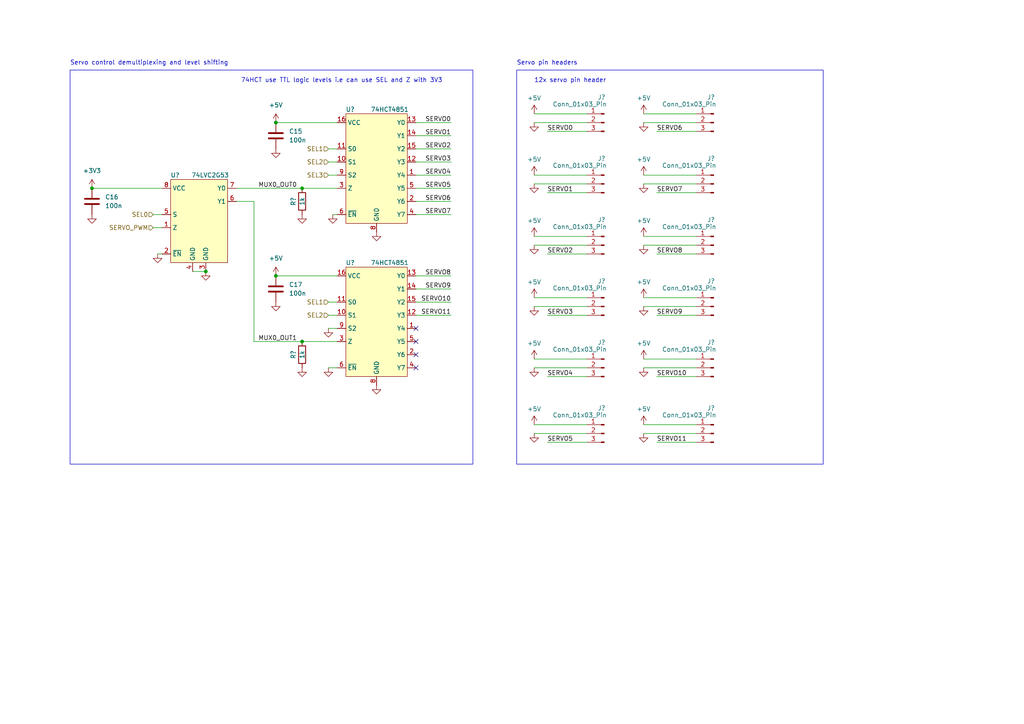
<source format=kicad_sch>
(kicad_sch (version 20230121) (generator eeschema)
  (paper "A4")
  (lib_symbols
    (symbol "Connector:Conn_01x03_Pin" (pin_names (offset 1.016) hide)
      (property "Reference" "J" (at 0 5.08 0))
      (property "Value" "Conn_01x03_Pin" (at 0 -5.08 0))
      (symbol "Conn_01x03_Pin_1_1"
        (polyline (pts (xy 1.27 -2.54) (xy 0.8636 -2.54)) (stroke (width 0.1524)))
        (polyline (pts (xy 1.27 0) (xy 0.8636 0)) (stroke (width 0.1524)))
        (polyline (pts (xy 1.27 2.54) (xy 0.8636 2.54)) (stroke (width 0.1524)))
        (rectangle (start 0.8636 -2.413) (end 0 -2.667) (stroke (width 0.1524)) (fill (type outline)))
        (rectangle (start 0.8636 0.127) (end 0 -0.127) (stroke (width 0.1524)) (fill (type outline)))
        (rectangle (start 0.8636 2.667) (end 0 2.413) (stroke (width 0.1524)) (fill (type outline)))
        (pin passive line (at 5.08 2.54 180) (length 3.81) (name "Pin_1") (number "1"))
        (pin passive line (at 5.08 0 180) (length 3.81) (name "Pin_2") (number "2"))
        (pin passive line (at 5.08 -2.54 180) (length 3.81) (name "Pin_3") (number "3"))
      )
    )
    (symbol "Device:C" (pin_numbers hide) (pin_names (offset 0.254))
      (property "Reference" "C" (at 0.635 2.54 0))
      (property "Value" "C" (at 0.635 -2.54 0))
      (symbol "C_0_1"
        (polyline (pts (xy -2.032 -0.762) (xy 2.032 -0.762)) (stroke (width 0.508)))
        (polyline (pts (xy -2.032 0.762) (xy 2.032 0.762)) (stroke (width 0.508)))
      )
      (symbol "C_1_1"
        (pin passive line (at 0 3.81 270) (length 2.794) (name "~") (number "1"))
        (pin passive line (at 0 -3.81 90) (length 2.794) (name "~") (number "2"))
      )
    )
    (symbol "Device:R" (pin_numbers hide) (pin_names (offset 0))
      (property "Reference" "R" (at 2.032 0 90))
      (property "Value" "R" (at 0 0 90))
      (symbol "R_0_1"
        (rectangle (start -1.016 -2.54) (end 1.016 2.54) (stroke (width 0.254)))
      )
      (symbol "R_1_1"
        (pin passive line (at 0 3.81 270) (length 1.27) (name "~") (number "1"))
        (pin passive line (at 0 -3.81 90) (length 1.27) (name "~") (number "2"))
      )
    )
    (symbol "RVP_TopeltKell:74HCT4851"
      (property "Reference" "U" (at 0 1.27 0))
      (property "Value" "74HCT4851" (at 12.7 1.27 0))
      (symbol "74HCT4851_1_1"
        (rectangle (start 0 0) (end 17.78 -31.75) (fill (type background)))
        (pin output line (at 20.32 -17.78 180) (length 2.54) (name "Y4") (number "1"))
        (pin input line (at -2.54 -13.97 0) (length 2.54) (name "S1") (number "10"))
        (pin input line (at -2.54 -10.16 0) (length 2.54) (name "S0") (number "11"))
        (pin output line (at 20.32 -13.97 180) (length 2.54) (name "Y3") (number "12"))
        (pin output line (at 20.32 -2.54 180) (length 2.54) (name "Y0") (number "13"))
        (pin output line (at 20.32 -6.35 180) (length 2.54) (name "Y1") (number "14"))
        (pin output line (at 20.32 -10.16 180) (length 2.54) (name "Y2") (number "15"))
        (pin power_in line (at -2.54 -2.54 0) (length 2.54) (name "VCC") (number "16"))
        (pin output line (at 20.32 -25.4 180) (length 2.54) (name "Y6") (number "2"))
        (pin input line (at -2.54 -21.59 0) (length 2.54) (name "Z") (number "3"))
        (pin output line (at 20.32 -29.21 180) (length 2.54) (name "Y7") (number "4"))
        (pin output line (at 20.32 -21.59 180) (length 2.54) (name "Y5") (number "5"))
        (pin input line (at -2.54 -29.21 0) (length 2.54) (name "~{EN}") (number "6"))
        (pin power_in line (at 8.89 -34.29 90) (length 2.54) (name "GND") (number "8"))
        (pin input line (at -2.54 -17.78 0) (length 2.54) (name "S2") (number "9"))
      )
    )
    (symbol "RVP_TopeltKell:74LVC2G53"
      (property "Reference" "U" (at 0 1.27 0))
      (property "Value" "74LVC2G53" (at 11.43 1.27 0))
      (symbol "74LVC2G53_1_1"
        (rectangle (start 0 0) (end 16.51 -24.13) (fill (type background)))
        (pin input line (at -2.54 -13.97 0) (length 2.54) (name "Z") (number "1"))
        (pin input line (at -2.54 -21.59 0) (length 2.54) (name "~{EN}") (number "2"))
        (pin power_in line (at 10.16 -26.67 90) (length 2.54) (name "GND") (number "3"))
        (pin power_in line (at 6.35 -26.67 90) (length 2.54) (name "GND") (number "4"))
        (pin input line (at -2.54 -10.16 0) (length 2.54) (name "S") (number "5"))
        (pin output line (at 19.05 -6.35 180) (length 2.54) (name "Y1") (number "6"))
        (pin output line (at 19.05 -2.54 180) (length 2.54) (name "Y0") (number "7"))
        (pin power_in line (at -2.54 -2.54 0) (length 2.54) (name "VCC") (number "8"))
      )
    )
    (symbol "power:+3V3" (power) (pin_names (offset 0))
      (property "Value" "+3V3" (at 0 3.556 0))
      (symbol "+3V3_0_1"
        (polyline (pts (xy -0.762 1.27) (xy 0 2.54)))
        (polyline (pts (xy 0 0) (xy 0 2.54)))
        (polyline (pts (xy 0 2.54) (xy 0.762 1.27)))
      )
      (symbol "+3V3_1_1"
        (pin power_in line (at 0 0 90) (length 0) hide (name "+3V3") (number "1"))
      )
    )
    (symbol "power:+5V" (power) (pin_names (offset 0))
      (property "Value" "+5V" (at 0 3.556 0))
      (symbol "+5V_0_1"
        (polyline (pts (xy -0.762 1.27) (xy 0 2.54)))
        (polyline (pts (xy 0 0) (xy 0 2.54)))
        (polyline (pts (xy 0 2.54) (xy 0.762 1.27)))
      )
      (symbol "+5V_1_1"
        (pin power_in line (at 0 0 90) (length 0) hide (name "+5V") (number "1"))
      )
    )
    (symbol "power:GND" (power) (pin_names (offset 0))
      (property "Value" "GND" (at 0 -3.81 0))
      (symbol "GND_0_1"
        (polyline (pts (xy 0 0) (xy 0 -1.27) (xy 1.27 -1.27) (xy 0 -2.54) (xy -1.27 -1.27) (xy 0 -1.27)))
      )
      (symbol "GND_1_1"
        (pin power_in line (at 0 0 270) (length 0) hide (name "GND") (number "1"))
      )
    )
  )
  (junction (at 87.63 99.06))
  (junction (at 80.01 35.56))
  (junction (at 87.63 54.61))
  (junction (at 26.67 54.61))
  (junction (at 59.69 78.74))
  (junction (at 80.01 80.01))
  (no_connect (at 120.65 95.25))
  (no_connect (at 120.65 99.06))
  (no_connect (at 120.65 106.68))
  (no_connect (at 120.65 102.87))
  (wire (pts (xy 170.18 125.73) (xy 154.94 125.73)))
  (wire (pts (xy 120.65 54.61) (xy 130.81 54.61)))
  (wire (pts (xy 68.58 58.42) (xy 73.66 58.42)))
  (wire (pts (xy 120.65 46.99) (xy 130.81 46.99)))
  (wire (pts (xy 201.93 128.27) (xy 190.5 128.27)))
  (wire (pts (xy 95.25 43.18) (xy 97.79 43.18)))
  (wire (pts (xy 95.25 87.63) (xy 97.79 87.63)))
  (wire (pts (xy 68.58 54.61) (xy 87.63 54.61)))
  (wire (pts (xy 201.93 123.19) (xy 186.69 123.19)))
  (wire (pts (xy 120.65 91.44) (xy 130.81 91.44)))
  (wire (pts (xy 201.93 55.88) (xy 190.5 55.88)))
  (wire (pts (xy 120.65 35.56) (xy 130.81 35.56)))
  (wire (pts (xy 201.93 104.14) (xy 186.69 104.14)))
  (wire (pts (xy 120.65 87.63) (xy 130.81 87.63)))
  (wire (pts (xy 120.65 39.37) (xy 130.81 39.37)))
  (wire (pts (xy 170.18 128.27) (xy 158.75 128.27)))
  (wire (pts (xy 170.18 50.8) (xy 154.94 50.8)))
  (wire (pts (xy 170.18 55.88) (xy 158.75 55.88)))
  (wire (pts (xy 201.93 73.66) (xy 190.5 73.66)))
  (wire (pts (xy 80.01 80.01) (xy 97.79 80.01)))
  (wire (pts (xy 95.25 106.68) (xy 97.79 106.68)))
  (wire (pts (xy 170.18 123.19) (xy 154.94 123.19)))
  (wire (pts (xy 201.93 53.34) (xy 186.69 53.34)))
  (wire (pts (xy 201.93 86.36) (xy 186.69 86.36)))
  (wire (pts (xy 201.93 88.9) (xy 186.69 88.9)))
  (wire (pts (xy 96.52 62.23) (xy 97.79 62.23)))
  (wire (pts (xy 80.01 35.56) (xy 97.79 35.56)))
  (wire (pts (xy 170.18 88.9) (xy 154.94 88.9)))
  (wire (pts (xy 170.18 33.02) (xy 154.94 33.02)))
  (wire (pts (xy 170.18 106.68) (xy 154.94 106.68)))
  (wire (pts (xy 170.18 104.14) (xy 154.94 104.14)))
  (wire (pts (xy 170.18 35.56) (xy 154.94 35.56)))
  (wire (pts (xy 201.93 50.8) (xy 186.69 50.8)))
  (wire (pts (xy 73.66 99.06) (xy 87.63 99.06)))
  (wire (pts (xy 201.93 68.58) (xy 186.69 68.58)))
  (wire (pts (xy 201.93 35.56) (xy 186.69 35.56)))
  (wire (pts (xy 44.45 66.04) (xy 46.99 66.04)))
  (wire (pts (xy 120.65 43.18) (xy 130.81 43.18)))
  (wire (pts (xy 120.65 50.8) (xy 130.81 50.8)))
  (wire (pts (xy 170.18 68.58) (xy 154.94 68.58)))
  (wire (pts (xy 201.93 33.02) (xy 186.69 33.02)))
  (wire (pts (xy 170.18 109.22) (xy 158.75 109.22)))
  (wire (pts (xy 45.72 73.66) (xy 46.99 73.66)))
  (wire (pts (xy 170.18 91.44) (xy 158.75 91.44)))
  (wire (pts (xy 170.18 38.1) (xy 158.75 38.1)))
  (wire (pts (xy 201.93 91.44) (xy 190.5 91.44)))
  (wire (pts (xy 201.93 71.12) (xy 186.69 71.12)))
  (wire (pts (xy 201.93 38.1) (xy 190.5 38.1)))
  (wire (pts (xy 170.18 53.34) (xy 154.94 53.34)))
  (wire (pts (xy 201.93 109.22) (xy 190.5 109.22)))
  (wire (pts (xy 201.93 125.73) (xy 186.69 125.73)))
  (wire (pts (xy 95.25 95.25) (xy 97.79 95.25)))
  (wire (pts (xy 201.93 106.68) (xy 186.69 106.68)))
  (wire (pts (xy 95.25 91.44) (xy 97.79 91.44)))
  (wire (pts (xy 95.25 46.99) (xy 97.79 46.99)))
  (wire (pts (xy 170.18 71.12) (xy 154.94 71.12)))
  (wire (pts (xy 73.66 58.42) (xy 73.66 99.06)))
  (wire (pts (xy 59.69 78.74) (xy 55.88 78.74)))
  (wire (pts (xy 120.65 83.82) (xy 130.81 83.82)))
  (wire (pts (xy 87.63 99.06) (xy 97.79 99.06)))
  (wire (pts (xy 26.67 54.61) (xy 46.99 54.61)))
  (wire (pts (xy 170.18 73.66) (xy 158.75 73.66)))
  (wire (pts (xy 120.65 80.01) (xy 130.81 80.01)))
  (wire (pts (xy 120.65 62.23) (xy 130.81 62.23)))
  (wire (pts (xy 87.63 54.61) (xy 97.79 54.61)))
  (wire (pts (xy 170.18 86.36) (xy 154.94 86.36)))
  (wire (pts (xy 95.25 50.8) (xy 97.79 50.8)))
  (wire (pts (xy 120.65 58.42) (xy 130.81 58.42)))
  (wire (pts (xy 44.45 62.23) (xy 46.99 62.23)))
  (rectangle (start 149.86 20.32) (end 238.76 134.62))
  (rectangle (start 20.32 20.32) (end 137.16 134.62))
  (text "12x servo pin header" (at 154.94 24.13 0) (effects (font (size 1.27 1.27)) (justify left bottom)))
  (text "74HCT use TTL logic levels i.e can use SEL and Z with 3V3" (at 69.85 24.13 0) (effects (font (size 1.27 1.27)) (justify left bottom)))
  (text "Servo pin headers" (at 149.86 19.05 0) (effects (font (size 1.27 1.27)) (justify left bottom)))
  (text "Servo control demultiplexing and level shifting" (at 20.32 19.05 0) (effects (font (size 1.27 1.27)) (justify left bottom)))
  (label "SERVO11" (at 130.81 91.44 180))
  (label "SERVO10" (at 130.81 87.63 180))
  (label "SERVO2" (at 158.75 73.66 0))
  (label "SERVO1" (at 130.81 39.37 180))
  (label "SERVO1" (at 158.75 55.88 0))
  (label "SERVO3" (at 158.75 91.44 0))
  (label "SERVO8" (at 190.5 73.66 0))
  (label "SERVO6" (at 190.5 38.1 0))
  (label "MUX0_OUT1" (at 74.93 99.06 0))
  (label "SERVO5" (at 158.75 128.27 0))
  (label "SERVO0" (at 130.81 35.56 180))
  (label "SERVO0" (at 158.75 38.1 0))
  (label "SERVO4" (at 130.81 50.8 180))
  (label "SERVO6" (at 130.81 58.42 180))
  (label "SERVO10" (at 190.5 109.22 0))
  (label "SERVO3" (at 130.81 46.99 180))
  (label "SERVO11" (at 190.5 128.27 0))
  (label "SERVO2" (at 130.81 43.18 180))
  (label "SERVO9" (at 190.5 91.44 0))
  (label "SERVO9" (at 130.81 83.82 180))
  (label "MUX0_OUT0" (at 74.93 54.61 0))
  (label "SERVO7" (at 130.81 62.23 180))
  (label "SERVO8" (at 130.81 80.01 180))
  (label "SERVO4" (at 158.75 109.22 0))
  (label "SERVO7" (at 190.5 55.88 0))
  (label "SERVO5" (at 130.81 54.61 180))
  (hierarchical_label "SEL3" (shape input) (at 95.25 50.8 180))
  (hierarchical_label "SERVO_PWM" (shape input) (at 44.45 66.04 180))
  (hierarchical_label "SEL2" (shape input) (at 95.25 91.44 180))
  (hierarchical_label "SEL0" (shape input) (at 44.45 62.23 180))
  (hierarchical_label "SEL2" (shape input) (at 95.25 46.99 180))
  (hierarchical_label "SEL1" (shape input) (at 95.25 43.18 180))
  (hierarchical_label "SEL1" (shape input) (at 95.25 87.63 180))
  (symbol (lib_id "power:+5V") (at 186.69 123.19 0) (mirror y) (unit 1)
    (property "Reference" "#PWR?" (effects hide))
    (property "Value" "+5V" (at 186.69 118.618 0))
    (instances (project "RVP_TopeltKell" (path "" (reference "#PWR?") (unit 1)) (path "" (reference "#PWR072") (unit 1))))
  )
  (symbol (lib_id "power:+5V") (at 186.69 68.58 0) (mirror y) (unit 1)
    (property "Reference" "#PWR?" (effects hide))
    (property "Value" "+5V" (at 186.69 64.008 0))
    (instances (project "RVP_TopeltKell" (path "" (reference "#PWR?") (unit 1)) (path "" (reference "#PWR052") (unit 1))))
  )
  (symbol (lib_id "power:GND") (at 26.67 62.23 0) (unit 1)
    (property "Reference" "#PWR047" (effects hide))
    (property "Value" "GND" (effects hide))
  )
  (symbol (lib_id "power:+5V") (at 154.94 68.58 0) (mirror y) (unit 1)
    (property "Reference" "#PWR?" (effects hide))
    (property "Value" "+5V" (at 154.94 64.008 0))
    (instances (project "RVP_TopeltKell" (path "" (reference "#PWR?") (unit 1)) (path "" (reference "#PWR051") (unit 1))))
  )
  (symbol (lib_id "power:GND") (at 109.22 67.31 0) (mirror y) (unit 1)
    (property "Reference" "#PWR?" (effects hide))
    (property "Value" "GND" (effects hide))
    (instances (project "RVP_TopeltKell" (path "" (reference "#PWR?") (unit 1)) (path "" (reference "#PWR050") (unit 1))))
  )
  (symbol (lib_id "Device:R") (at 87.63 102.87 0) (unit 1)
    (property "Reference" "R?" (at 85.09 102.87 90))
    (property "Value" "1k" (at 87.63 102.87 90))
    (property "Footprint" "Resistor_SMD:R_0603_1608Metric_Pad0.98x0.95mm_HandSolder" (effects hide))
    (instances (project "RVP_TopeltKell" (path "" (reference "R?") (unit 1)) (path "" (reference "R15") (unit 1))))
  )
  (symbol (lib_id "power:GND") (at 154.94 88.9 0) (mirror y) (unit 1)
    (property "Reference" "#PWR?" (effects hide))
    (property "Value" "GND" (effects hide))
    (instances (project "RVP_TopeltKell" (path "" (reference "#PWR?") (unit 1)) (path "" (reference "#PWR061") (unit 1))))
  )
  (symbol (lib_id "power:GND") (at 96.52 62.23 0) (unit 1)
    (property "Reference" "#PWR048" (effects hide))
    (property "Value" "GND" (effects hide))
  )
  (symbol (lib_id "power:GND") (at 87.63 62.23 0) (mirror y) (unit 1)
    (property "Reference" "#PWR?" (effects hide))
    (property "Value" "GND" (effects hide))
    (instances (project "RVP_TopeltKell" (path "" (reference "#PWR?") (unit 1)) (path "" (reference "#PWR049") (unit 1))))
  )
  (symbol (lib_id "power:+5V") (at 154.94 104.14 0) (mirror y) (unit 1)
    (property "Reference" "#PWR?" (effects hide))
    (property "Value" "+5V" (at 154.94 99.568 0))
    (instances (project "RVP_TopeltKell" (path "" (reference "#PWR?") (unit 1)) (path "" (reference "#PWR064") (unit 1))))
  )
  (symbol (lib_id "power:GND") (at 154.94 125.73 0) (mirror y) (unit 1)
    (property "Reference" "#PWR?" (effects hide))
    (property "Value" "GND" (effects hide))
    (instances (project "RVP_TopeltKell" (path "" (reference "#PWR?") (unit 1)) (path "" (reference "#PWR073") (unit 1))))
  )
  (symbol (lib_id "Connector:Conn_01x03_Pin") (at 207.01 125.73 0) (mirror y) (unit 1)
    (property "Reference" "J?" (at 206.248 118.364 0))
    (property "Value" "Conn_01x03_Pin" (at 199.898 120.396 0))
    (property "Footprint" "Connector_PinHeader_2.54mm:PinHeader_1x03_P2.54mm_Vertical" (effects hide))
    (instances (project "RVP_TopeltKell" (path "" (reference "J?") (unit 1)) (path "" (reference "J14") (unit 1))))
  )
  (symbol (lib_id "power:GND") (at 186.69 88.9 0) (mirror y) (unit 1)
    (property "Reference" "#PWR?" (effects hide))
    (property "Value" "GND" (effects hide))
    (instances (project "RVP_TopeltKell" (path "" (reference "#PWR?") (unit 1)) (path "" (reference "#PWR062") (unit 1))))
  )
  (symbol (lib_id "power:GND") (at 95.25 95.25 0) (unit 1)
    (property "Reference" "#PWR063" (effects hide))
    (property "Value" "GND" (effects hide))
  )
  (symbol (lib_id "power:GND") (at 186.69 53.34 0) (mirror y) (unit 1)
    (property "Reference" "#PWR?" (effects hide))
    (property "Value" "GND" (effects hide))
    (instances (project "RVP_TopeltKell" (path "" (reference "#PWR?") (unit 1)) (path "" (reference "#PWR045") (unit 1))))
  )
  (symbol (lib_id "power:+5V") (at 154.94 123.19 0) (mirror y) (unit 1)
    (property "Reference" "#PWR?" (effects hide))
    (property "Value" "+5V" (at 154.94 118.618 0))
    (instances (project "RVP_TopeltKell" (path "" (reference "#PWR?") (unit 1)) (path "" (reference "#PWR071") (unit 1))))
  )
  (symbol (lib_id "Connector:Conn_01x03_Pin") (at 175.26 125.73 0) (mirror y) (unit 1)
    (property "Reference" "J?" (at 174.498 118.364 0))
    (property "Value" "Conn_01x03_Pin" (at 168.148 120.396 0))
    (property "Footprint" "Connector_PinHeader_2.54mm:PinHeader_1x03_P2.54mm_Vertical" (effects hide))
    (instances (project "RVP_TopeltKell" (path "" (reference "J?") (unit 1)) (path "" (reference "J13") (unit 1))))
  )
  (symbol (lib_id "Device:C") (at 80.01 39.37 0) (unit 1)
    (property "Reference" "C15" (at 83.82 38.1 0) (effects (justify left)))
    (property "Value" "100n" (at 83.82 40.64 0) (effects (justify left)))
  )
  (symbol (lib_id "power:GND") (at 45.72 73.66 0) (unit 1)
    (property "Reference" "#PWR055" (effects hide))
    (property "Value" "GND" (effects hide))
  )
  (symbol (lib_id "power:GND") (at 154.94 71.12 0) (mirror y) (unit 1)
    (property "Reference" "#PWR?" (effects hide))
    (property "Value" "GND" (effects hide))
    (instances (project "RVP_TopeltKell" (path "" (reference "#PWR?") (unit 1)) (path "" (reference "#PWR053") (unit 1))))
  )
  (symbol (lib_id "Connector:Conn_01x03_Pin") (at 207.01 71.12 0) (mirror y) (unit 1)
    (property "Reference" "J?" (at 206.248 63.754 0))
    (property "Value" "Conn_01x03_Pin" (at 199.898 65.786 0))
    (property "Footprint" "Connector_PinHeader_2.54mm:PinHeader_1x03_P2.54mm_Vertical" (effects hide))
    (instances (project "RVP_TopeltKell" (path "" (reference "J?") (unit 1)) (path "" (reference "J8") (unit 1))))
  )
  (symbol (lib_id "power:GND") (at 59.69 78.74 0) (mirror y) (unit 1)
    (property "Reference" "#PWR?" (effects hide))
    (property "Value" "GND" (effects hide))
    (instances (project "RVP_TopeltKell" (path "" (reference "#PWR?") (unit 1)) (path "" (reference "#PWR057") (unit 1))))
  )
  (symbol (lib_id "power:GND") (at 186.69 71.12 0) (mirror y) (unit 1)
    (property "Reference" "#PWR?" (effects hide))
    (property "Value" "GND" (effects hide))
    (instances (project "RVP_TopeltKell" (path "" (reference "#PWR?") (unit 1)) (path "" (reference "#PWR054") (unit 1))))
  )
  (symbol (lib_id "power:+5V") (at 154.94 33.02 0) (mirror y) (unit 1)
    (property "Reference" "#PWR?" (effects hide))
    (property "Value" "+5V" (at 154.94 28.448 0))
    (instances (project "RVP_TopeltKell" (path "" (reference "#PWR?") (unit 1)) (path "" (reference "#PWR036") (unit 1))))
  )
  (symbol (lib_id "power:GND") (at 80.01 43.18 0) (unit 1)
    (property "Reference" "#PWR041" (effects hide))
    (property "Value" "GND" (effects hide))
  )
  (symbol (lib_id "power:+5V") (at 186.69 50.8 0) (mirror y) (unit 1)
    (property "Reference" "#PWR?" (effects hide))
    (property "Value" "+5V" (at 186.69 46.228 0))
    (instances (project "RVP_TopeltKell" (path "" (reference "#PWR?") (unit 1)) (path "" (reference "#PWR043") (unit 1))))
  )
  (symbol (lib_id "Connector:Conn_01x03_Pin") (at 175.26 53.34 0) (mirror y) (unit 1)
    (property "Reference" "J?" (at 174.498 45.974 0))
    (property "Value" "Conn_01x03_Pin" (at 168.148 48.006 0))
    (property "Footprint" "Connector_PinHeader_2.54mm:PinHeader_1x03_P2.54mm_Vertical" (effects hide))
    (instances (project "RVP_TopeltKell" (path "" (reference "J?") (unit 1)) (path "" (reference "J5") (unit 1))))
  )
  (symbol (lib_id "power:GND") (at 154.94 53.34 0) (mirror y) (unit 1)
    (property "Reference" "#PWR?" (effects hide))
    (property "Value" "GND" (effects hide))
    (instances (project "RVP_TopeltKell" (path "" (reference "#PWR?") (unit 1)) (path "" (reference "#PWR044") (unit 1))))
  )
  (symbol (lib_id "Device:R") (at 87.63 58.42 0) (unit 1)
    (property "Reference" "R?" (at 85.09 58.42 90))
    (property "Value" "1k" (at 87.63 58.42 90))
    (property "Footprint" "Resistor_SMD:R_0603_1608Metric_Pad0.98x0.95mm_HandSolder" (effects hide))
    (instances (project "RVP_TopeltKell" (path "" (reference "R?") (unit 1)) (path "" (reference "R14") (unit 1))))
  )
  (symbol (lib_id "RVP_TopeltKell:74HCT4851") (at 100.33 33.02 0) (unit 1)
    (property "Reference" "U?" (at 101.6 31.75 0))
    (property "Value" "74HCT4851" (at 113.03 31.75 0))
    (property "Footprint" "Package_SO:SO-16_3.9x9.9mm_P1.27mm" (effects hide))
    (property "Datasheet" "https://4donline.ihs.com/images/VipMasterIC/IC/NEXP/NEXP-S-A0003513300/NEXP-S-A0003513300-1.pdf?hkey=52A5661711E402568146F3353EA87419" (effects hide))
    (instances (project "RVP_TopeltKell" (path "" (reference "U?") (unit 1)) (path "" (reference "U5") (unit 1))))
  )
  (symbol (lib_id "power:+5V") (at 154.94 50.8 0) (mirror y) (unit 1)
    (property "Reference" "#PWR?" (effects hide))
    (property "Value" "+5V" (at 154.94 46.228 0))
    (instances (project "RVP_TopeltKell" (path "" (reference "#PWR?") (unit 1)) (path "" (reference "#PWR042") (unit 1))))
  )
  (symbol (lib_id "power:+5V") (at 186.69 104.14 0) (mirror y) (unit 1)
    (property "Reference" "#PWR?" (effects hide))
    (property "Value" "+5V" (at 186.69 99.568 0))
    (instances (project "RVP_TopeltKell" (path "" (reference "#PWR?") (unit 1)) (path "" (reference "#PWR065") (unit 1))))
  )
  (symbol (lib_id "power:GND") (at 80.01 87.63 0) (unit 1)
    (property "Reference" "#PWR060" (effects hide))
    (property "Value" "GND" (effects hide))
  )
  (symbol (lib_id "Device:C") (at 26.67 58.42 0) (unit 1)
    (property "Reference" "C16" (at 30.48 57.15 0) (effects (justify left)))
    (property "Value" "100n" (at 30.48 59.69 0) (effects (justify left)))
  )
  (symbol (lib_id "power:+5V") (at 154.94 86.36 0) (mirror y) (unit 1)
    (property "Reference" "#PWR?" (effects hide))
    (property "Value" "+5V" (at 154.94 81.788 0))
    (instances (project "RVP_TopeltKell" (path "" (reference "#PWR?") (unit 1)) (path "" (reference "#PWR058") (unit 1))))
  )
  (symbol (lib_id "power:+3V3") (at 26.67 54.61 0) (unit 1)
    (property "Reference" "#PWR?" (effects hide))
    (property "Value" "+3V3" (at 26.67 49.53 0))
    (instances (project "RVP_TopeltKell" (path "" (reference "#PWR?") (unit 1)) (path "" (reference "#PWR046") (unit 1))))
  )
  (symbol (lib_id "power:+5V") (at 80.01 35.56 0) (unit 1)
    (property "Reference" "#PWR?" (effects hide))
    (property "Value" "+5V" (at 80.01 30.48 0))
    (instances (project "RVP_TopeltKell" (path "" (reference "#PWR?") (unit 1)) (path "" (reference "#PWR038") (unit 1))))
  )
  (symbol (lib_id "power:+5V") (at 186.69 33.02 0) (mirror y) (unit 1)
    (property "Reference" "#PWR?" (effects hide))
    (property "Value" "+5V" (at 186.69 28.448 0))
    (instances (project "RVP_TopeltKell" (path "" (reference "#PWR?") (unit 1)) (path "" (reference "#PWR037") (unit 1))))
  )
  (symbol (lib_id "Connector:Conn_01x03_Pin") (at 175.26 71.12 0) (mirror y) (unit 1)
    (property "Reference" "J?" (at 174.498 63.754 0))
    (property "Value" "Conn_01x03_Pin" (at 168.148 65.786 0))
    (property "Footprint" "Connector_PinHeader_2.54mm:PinHeader_1x03_P2.54mm_Vertical" (effects hide))
    (instances (project "RVP_TopeltKell" (path "" (reference "J?") (unit 1)) (path "" (reference "J7") (unit 1))))
  )
  (symbol (lib_id "power:GND") (at 95.25 106.68 0) (unit 1)
    (property "Reference" "#PWR066" (effects hide))
    (property "Value" "GND" (effects hide))
  )
  (symbol (lib_id "Connector:Conn_01x03_Pin") (at 207.01 88.9 0) (mirror y) (unit 1)
    (property "Reference" "J?" (at 206.248 81.534 0))
    (property "Value" "Conn_01x03_Pin" (at 199.898 83.566 0))
    (property "Footprint" "Connector_PinHeader_2.54mm:PinHeader_1x03_P2.54mm_Vertical" (effects hide))
    (instances (project "RVP_TopeltKell" (path "" (reference "J?") (unit 1)) (path "" (reference "J10") (unit 1))))
  )
  (symbol (lib_id "power:GND") (at 154.94 35.56 0) (mirror y) (unit 1)
    (property "Reference" "#PWR?" (effects hide))
    (property "Value" "GND" (effects hide))
    (instances (project "RVP_TopeltKell" (path "" (reference "#PWR?") (unit 1)) (path "" (reference "#PWR039") (unit 1))))
  )
  (symbol (lib_id "power:GND") (at 186.69 125.73 0) (mirror y) (unit 1)
    (property "Reference" "#PWR?" (effects hide))
    (property "Value" "GND" (effects hide))
    (instances (project "RVP_TopeltKell" (path "" (reference "#PWR?") (unit 1)) (path "" (reference "#PWR074") (unit 1))))
  )
  (symbol (lib_id "RVP_TopeltKell:74LVC2G53") (at 49.53 52.07 0) (unit 1)
    (property "Reference" "U?" (at 50.8 50.8 0))
    (property "Value" "74LVC2G53" (at 60.96 50.8 0))
    (property "Footprint" "Package_SO:TSSOP-8_3x3mm_P0.65mm" (effects hide))
    (property "Datasheet" "https://4donline.ihs.com/images/VipMasterIC/IC/NEXP/NEXP-S-A0003513309/NEXP-S-A0003513309-1.pdf?hkey=52A5661711E402568146F3353EA87419" (effects hide))
    (instances (project "RVP_TopeltKell" (path "" (reference "U?") (unit 1)) (path "" (reference "U6") (unit 1))))
  )
  (symbol (lib_id "power:GND") (at 154.94 106.68 0) (mirror y) (unit 1)
    (property "Reference" "#PWR?" (effects hide))
    (property "Value" "GND" (effects hide))
    (instances (project "RVP_TopeltKell" (path "" (reference "#PWR?") (unit 1)) (path "" (reference "#PWR067") (unit 1))))
  )
  (symbol (lib_id "power:GND") (at 186.69 106.68 0) (mirror y) (unit 1)
    (property "Reference" "#PWR?" (effects hide))
    (property "Value" "GND" (effects hide))
    (instances (project "RVP_TopeltKell" (path "" (reference "#PWR?") (unit 1)) (path "" (reference "#PWR068") (unit 1))))
  )
  (symbol (lib_id "Device:C") (at 80.01 83.82 0) (unit 1)
    (property "Reference" "C17" (at 83.82 82.55 0) (effects (justify left)))
    (property "Value" "100n" (at 83.82 85.09 0) (effects (justify left)))
  )
  (symbol (lib_id "power:GND") (at 109.22 111.76 0) (mirror y) (unit 1)
    (property "Reference" "#PWR?" (effects hide))
    (property "Value" "GND" (effects hide))
    (instances (project "RVP_TopeltKell" (path "" (reference "#PWR?") (unit 1)) (path "" (reference "#PWR070") (unit 1))))
  )
  (symbol (lib_id "RVP_TopeltKell:74HCT4851") (at 100.33 77.47 0) (unit 1)
    (property "Reference" "U?" (at 101.6 76.2 0))
    (property "Value" "74HCT4851" (at 113.03 76.2 0))
    (property "Footprint" "Package_SO:SO-16_3.9x9.9mm_P1.27mm" (effects hide))
    (property "Datasheet" "https://4donline.ihs.com/images/VipMasterIC/IC/NEXP/NEXP-S-A0003513300/NEXP-S-A0003513300-1.pdf?hkey=52A5661711E402568146F3353EA87419" (effects hide))
    (instances (project "RVP_TopeltKell" (path "" (reference "U?") (unit 1)) (path "" (reference "U7") (unit 1))))
  )
  (symbol (lib_id "power:GND") (at 186.69 35.56 0) (mirror y) (unit 1)
    (property "Reference" "#PWR?" (effects hide))
    (property "Value" "GND" (effects hide))
    (instances (project "RVP_TopeltKell" (path "" (reference "#PWR?") (unit 1)) (path "" (reference "#PWR040") (unit 1))))
  )
  (symbol (lib_id "Connector:Conn_01x03_Pin") (at 207.01 35.56 0) (mirror y) (unit 1)
    (property "Reference" "J?" (at 206.248 28.194 0))
    (property "Value" "Conn_01x03_Pin" (at 199.898 30.226 0))
    (property "Footprint" "Connector_PinHeader_2.54mm:PinHeader_1x03_P2.54mm_Vertical" (effects hide))
    (instances (project "RVP_TopeltKell" (path "" (reference "J?") (unit 1)) (path "" (reference "J4") (unit 1))))
  )
  (symbol (lib_id "Connector:Conn_01x03_Pin") (at 175.26 88.9 0) (mirror y) (unit 1)
    (property "Reference" "J?" (at 174.498 81.534 0))
    (property "Value" "Conn_01x03_Pin" (at 168.148 83.566 0))
    (property "Footprint" "Connector_PinHeader_2.54mm:PinHeader_1x03_P2.54mm_Vertical" (effects hide))
    (instances (project "RVP_TopeltKell" (path "" (reference "J?") (unit 1)) (path "" (reference "J9") (unit 1))))
  )
  (symbol (lib_id "Connector:Conn_01x03_Pin") (at 207.01 106.68 0) (mirror y) (unit 1)
    (property "Reference" "J?" (at 206.248 99.314 0))
    (property "Value" "Conn_01x03_Pin" (at 199.898 101.346 0))
    (property "Footprint" "Connector_PinHeader_2.54mm:PinHeader_1x03_P2.54mm_Vertical" (effects hide))
    (instances (project "RVP_TopeltKell" (path "" (reference "J?") (unit 1)) (path "" (reference "J12") (unit 1))))
  )
  (symbol (lib_id "power:GND") (at 87.63 106.68 0) (mirror y) (unit 1)
    (property "Reference" "#PWR?" (effects hide))
    (property "Value" "GND" (effects hide))
    (instances (project "RVP_TopeltKell" (path "" (reference "#PWR?") (unit 1)) (path "" (reference "#PWR069") (unit 1))))
  )
  (symbol (lib_id "power:+5V") (at 80.01 80.01 0) (unit 1)
    (property "Reference" "#PWR?" (effects hide))
    (property "Value" "+5V" (at 80.01 74.93 0))
    (instances (project "RVP_TopeltKell" (path "" (reference "#PWR?") (unit 1)) (path "" (reference "#PWR056") (unit 1))))
  )
  (symbol (lib_id "Connector:Conn_01x03_Pin") (at 175.26 106.68 0) (mirror y) (unit 1)
    (property "Reference" "J?" (at 174.498 99.314 0))
    (property "Value" "Conn_01x03_Pin" (at 168.148 101.346 0))
    (property "Footprint" "Connector_PinHeader_2.54mm:PinHeader_1x03_P2.54mm_Vertical" (effects hide))
    (instances (project "RVP_TopeltKell" (path "" (reference "J?") (unit 1)) (path "" (reference "J11") (unit 1))))
  )
  (symbol (lib_id "Connector:Conn_01x03_Pin") (at 175.26 35.56 0) (mirror y) (unit 1)
    (property "Reference" "J?" (at 174.498 28.194 0))
    (property "Value" "Conn_01x03_Pin" (at 168.148 30.226 0))
    (property "Footprint" "Connector_PinHeader_2.54mm:PinHeader_1x03_P2.54mm_Vertical" (effects hide))
    (instances (project "RVP_TopeltKell" (path "" (reference "J?") (unit 1)) (path "" (reference "J3") (unit 1))))
  )
  (symbol (lib_id "power:+5V") (at 186.69 86.36 0) (mirror y) (unit 1)
    (property "Reference" "#PWR?" (effects hide))
    (property "Value" "+5V" (at 186.69 81.788 0))
    (instances (project "RVP_TopeltKell" (path "" (reference "#PWR?") (unit 1)) (path "" (reference "#PWR059") (unit 1))))
  )
  (symbol (lib_id "Connector:Conn_01x03_Pin") (at 207.01 53.34 0) (mirror y) (unit 1)
    (property "Reference" "J?" (at 206.248 45.974 0))
    (property "Value" "Conn_01x03_Pin" (at 199.898 48.006 0))
    (property "Footprint" "Connector_PinHeader_2.54mm:PinHeader_1x03_P2.54mm_Vertical" (effects hide))
    (instances (project "RVP_TopeltKell" (path "" (reference "J?") (unit 1)) (path "" (reference "J6") (unit 1))))
  )
)
</source>
